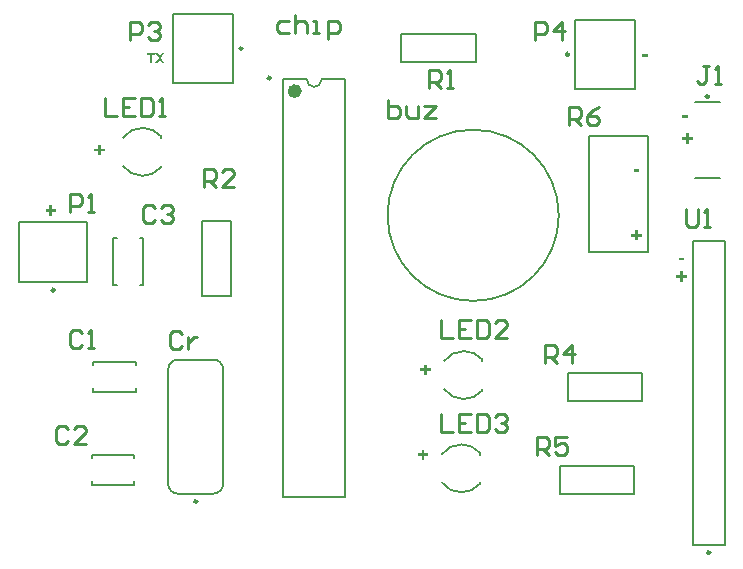
<source format=gto>
G04*
G04 #@! TF.GenerationSoftware,Altium Limited,Altium Designer,22.9.1 (49)*
G04*
G04 Layer_Color=65535*
%FSLAX44Y44*%
%MOMM*%
G71*
G04*
G04 #@! TF.SameCoordinates,8BA292B5-A8A8-46AB-8795-62B0E452CD41*
G04*
G04*
G04 #@! TF.FilePolarity,Positive*
G04*
G01*
G75*
%ADD10C,0.2500*%
%ADD11C,0.2000*%
%ADD12C,0.6000*%
%ADD13C,0.1500*%
%ADD14C,0.2540*%
G36*
X154702Y448325D02*
X157561Y444000D01*
X155543D01*
X153705Y446811D01*
X151854Y444000D01*
X149836D01*
X152708Y448325D01*
X150100Y452314D01*
X152059D01*
X153705Y449827D01*
X155351Y452314D01*
X157309D01*
X154702Y448325D01*
D02*
G37*
G36*
X149596Y450908D02*
X147145D01*
Y444000D01*
X145463D01*
Y450908D01*
X143000D01*
Y452314D01*
X149596D01*
Y450908D01*
D02*
G37*
G36*
X600833Y398000D02*
X596000D01*
Y400463D01*
X600833D01*
Y398000D01*
D02*
G37*
G36*
X558592Y299611D02*
X561962D01*
Y297314D01*
X558592D01*
Y294000D01*
X556352D01*
Y297314D01*
X553000D01*
Y299611D01*
X556352D01*
Y302925D01*
X558592D01*
Y299611D01*
D02*
G37*
G36*
X559833Y352000D02*
X555000D01*
Y354463D01*
X559833D01*
Y352000D01*
D02*
G37*
G36*
X597833Y277000D02*
X593000D01*
Y279463D01*
X597833D01*
Y277000D01*
D02*
G37*
G36*
X566833Y449000D02*
X562000D01*
Y451463D01*
X566833D01*
Y449000D01*
D02*
G37*
G36*
X596592Y264611D02*
X599962D01*
Y262314D01*
X596592D01*
Y259000D01*
X594352D01*
Y262314D01*
X591000D01*
Y264611D01*
X594352D01*
Y267925D01*
X596592D01*
Y264611D01*
D02*
G37*
G36*
X601592Y381610D02*
X604962D01*
Y379314D01*
X601592D01*
Y376000D01*
X599352D01*
Y379314D01*
X596000D01*
Y381610D01*
X599352D01*
Y384925D01*
X601592D01*
Y381610D01*
D02*
G37*
G36*
X62592Y320611D02*
X65962D01*
Y318314D01*
X62592D01*
Y315000D01*
X60352D01*
Y318314D01*
X57000D01*
Y320611D01*
X60352D01*
Y323925D01*
X62592D01*
Y320611D01*
D02*
G37*
G36*
X377592Y113610D02*
X380962D01*
Y111314D01*
X377592D01*
Y108000D01*
X375351D01*
Y111314D01*
X372000D01*
Y113610D01*
X375351D01*
Y116925D01*
X377592D01*
Y113610D01*
D02*
G37*
G36*
X103592Y371610D02*
X106962D01*
Y369314D01*
X103592D01*
Y366000D01*
X101351D01*
Y369314D01*
X98000D01*
Y371610D01*
X101351D01*
Y374925D01*
X103592D01*
Y371610D01*
D02*
G37*
G36*
X379592Y185611D02*
X382962D01*
Y183314D01*
X379592D01*
Y180000D01*
X377351D01*
Y183314D01*
X374000D01*
Y185611D01*
X377351D01*
Y188925D01*
X379592D01*
Y185611D01*
D02*
G37*
D10*
X619700Y29790D02*
G03*
X619700Y29790I-1250J0D01*
G01*
X64710Y252020D02*
G03*
X64710Y252020I-1250J0D01*
G01*
X223610Y456640D02*
G03*
X223610Y456640I-1250J0D01*
G01*
X618630Y415850D02*
G03*
X618630Y415850I-1250J0D01*
G01*
X500170Y451560D02*
G03*
X500170Y451560I-1250J0D01*
G01*
X247590Y431540D02*
G03*
X247590Y431540I-1250J0D01*
G01*
X185360Y73080D02*
G03*
X185360Y73080I-1250J0D01*
G01*
D11*
X154748Y382208D02*
G03*
X139000Y389320I-15466J-13256D01*
G01*
X139000Y348680D02*
G03*
X154748Y355874I119J20574D01*
G01*
X122602Y356999D02*
G03*
X139000Y348680I16397J12001D01*
G01*
Y389320D02*
G03*
X122602Y381001I-1J-20320D01*
G01*
X424748Y114208D02*
G03*
X409000Y121320I-15466J-13256D01*
G01*
X409000Y80680D02*
G03*
X424748Y87874I119J20574D01*
G01*
X392602Y88999D02*
G03*
X409000Y80680I16397J12001D01*
G01*
Y121320D02*
G03*
X392602Y113001I-1J-20320D01*
G01*
X426748Y193208D02*
G03*
X411000Y200320I-15466J-13256D01*
G01*
X411000Y159680D02*
G03*
X426748Y166874I119J20574D01*
G01*
X394602Y167999D02*
G03*
X411000Y159680I16397J12001D01*
G01*
Y200320D02*
G03*
X394602Y192001I-1J-20320D01*
G01*
X278090Y430440D02*
G03*
X290790Y430440I6350J0D01*
G01*
X169110Y193080D02*
G03*
X160860Y184830I0J-8250D01*
G01*
X207360Y184830D02*
G03*
X199110Y193080I-8250J0D01*
G01*
X199110Y79580D02*
G03*
X207360Y87830I0J8250D01*
G01*
X160860D02*
G03*
X169110Y79580I8250J0D01*
G01*
X605000Y35790D02*
X631900D01*
Y293290D01*
X605000D02*
X631900D01*
X605000Y35790D02*
Y293290D01*
X154748Y380610D02*
Y381954D01*
Y356046D02*
Y357390D01*
X424748Y112610D02*
Y113954D01*
Y88046D02*
Y89390D01*
X426748Y191610D02*
Y192954D01*
Y167046D02*
Y168390D01*
X34460Y309320D02*
X92460D01*
Y258520D02*
Y309320D01*
X34460Y258520D02*
Y309320D01*
Y258520D02*
X92460D01*
X421350Y444640D02*
Y468640D01*
X358350Y444640D02*
X421350D01*
X358350Y468640D02*
X421350D01*
X358350Y444640D02*
Y468640D01*
X165060Y427640D02*
Y485640D01*
X215860D01*
X165060Y427640D02*
X215860D01*
Y485640D01*
X606880Y346600D02*
X627880D01*
X606880Y411100D02*
X627880D01*
X556220Y422560D02*
Y480560D01*
X505420Y422560D02*
X556220D01*
X505420Y480560D02*
X556220D01*
X505420Y422560D02*
Y480560D01*
X257940Y76440D02*
X310940D01*
X290790Y430440D02*
X310940D01*
X257940D02*
X278090D01*
X310940Y76440D02*
Y430440D01*
X257940Y76440D02*
Y430440D01*
X517450Y284550D02*
Y382350D01*
Y284550D02*
X567050D01*
Y382350D01*
X517450D02*
X567050D01*
X189890Y310340D02*
X213890D01*
Y247340D02*
Y310340D01*
X189890Y247340D02*
Y310340D01*
Y247340D02*
X213890D01*
X132260Y87270D02*
Y90020D01*
Y109520D02*
Y112270D01*
X96260D02*
X132260D01*
X96260Y87270D02*
Y90020D01*
Y109520D02*
Y112270D01*
Y87270D02*
X132260D01*
X133530Y166010D02*
Y168760D01*
Y188260D02*
Y191010D01*
X97530D02*
X133530D01*
X97530Y166010D02*
Y168760D01*
Y188260D02*
Y191010D01*
Y166010D02*
X133530D01*
X136710Y296300D02*
X139960D01*
X113960D02*
X117210D01*
X113960Y256300D02*
Y296300D01*
X136710Y256300D02*
X139960D01*
X113960D02*
X117210D01*
X139960D02*
Y296300D01*
X555500Y79000D02*
Y103000D01*
X492500Y79000D02*
X555500D01*
X492500Y103000D02*
X555500D01*
X492500Y79000D02*
Y103000D01*
X562320Y157620D02*
Y181620D01*
X499320Y157620D02*
X562320D01*
X499320Y181620D02*
X562320D01*
X499320Y157620D02*
Y181620D01*
X169110Y79580D02*
X199110D01*
X169110Y193080D02*
X199110D01*
X160860Y87830D02*
Y184830D01*
X207360Y87830D02*
Y184830D01*
D12*
X270940Y420440D02*
G03*
X270940Y420440I-3000J0D01*
G01*
D13*
X491560Y315270D02*
G03*
X491560Y315270I-72500J0D01*
G01*
D14*
X599403Y320747D02*
Y308052D01*
X601942Y305513D01*
X607021D01*
X609560Y308052D01*
Y320747D01*
X614638Y305513D02*
X619717D01*
X617178D01*
Y320747D01*
X614638Y318208D01*
X500344Y391872D02*
Y407108D01*
X507962D01*
X510501Y404568D01*
Y399490D01*
X507962Y396951D01*
X500344D01*
X505423D02*
X510501Y391872D01*
X525736Y407108D02*
X520658Y404568D01*
X515579Y399490D01*
Y394412D01*
X518118Y391872D01*
X523197D01*
X525736Y394412D01*
Y396951D01*
X523197Y399490D01*
X515579D01*
X473416Y111962D02*
Y127197D01*
X481034D01*
X483573Y124658D01*
Y119579D01*
X481034Y117040D01*
X473416D01*
X478494D02*
X483573Y111962D01*
X498808Y127197D02*
X488651D01*
Y119579D01*
X493729Y122119D01*
X496269D01*
X498808Y119579D01*
Y114501D01*
X496269Y111962D01*
X491190D01*
X488651Y114501D01*
X480274Y190448D02*
Y205683D01*
X487892D01*
X490431Y203144D01*
Y198065D01*
X487892Y195526D01*
X480274D01*
X485352D02*
X490431Y190448D01*
X503127D02*
Y205683D01*
X495509Y198065D01*
X505666D01*
X191222Y339546D02*
Y354781D01*
X198839D01*
X201379Y352242D01*
Y347164D01*
X198839Y344624D01*
X191222D01*
X196300D02*
X201379Y339546D01*
X216614D02*
X206457D01*
X216614Y349703D01*
Y352242D01*
X214075Y354781D01*
X208996D01*
X206457Y352242D01*
X381843Y423382D02*
Y438618D01*
X389461D01*
X392000Y436078D01*
Y431000D01*
X389461Y428461D01*
X381843D01*
X386922D02*
X392000Y423382D01*
X397078D02*
X402157D01*
X399618D01*
Y438618D01*
X397078Y436078D01*
X471304Y463382D02*
Y478618D01*
X478922D01*
X481461Y476078D01*
Y471000D01*
X478922Y468461D01*
X471304D01*
X494157Y463382D02*
Y478618D01*
X486539Y471000D01*
X496696D01*
X128304Y463382D02*
Y478618D01*
X135922D01*
X138461Y476078D01*
Y471000D01*
X135922Y468461D01*
X128304D01*
X143539Y476078D02*
X146078Y478618D01*
X151157D01*
X153696Y476078D01*
Y473539D01*
X151157Y471000D01*
X148617D01*
X151157D01*
X153696Y468461D01*
Y465922D01*
X151157Y463382D01*
X146078D01*
X143539Y465922D01*
X77843Y318382D02*
Y333618D01*
X85461D01*
X88000Y331078D01*
Y326000D01*
X85461Y323461D01*
X77843D01*
X93078Y318382D02*
X98157D01*
X95618D01*
Y333618D01*
X93078Y331078D01*
X392069Y146617D02*
Y131383D01*
X402226D01*
X417461Y146617D02*
X407304D01*
Y131383D01*
X417461D01*
X407304Y139000D02*
X412383D01*
X422539Y146617D02*
Y131383D01*
X430157D01*
X432696Y133922D01*
Y144078D01*
X430157Y146617D01*
X422539D01*
X437774Y144078D02*
X440313Y146617D01*
X445392D01*
X447931Y144078D01*
Y141539D01*
X445392Y139000D01*
X442853D01*
X445392D01*
X447931Y136461D01*
Y133922D01*
X445392Y131383D01*
X440313D01*
X437774Y133922D01*
X391628Y226257D02*
Y211022D01*
X401785D01*
X417020Y226257D02*
X406863D01*
Y211022D01*
X417020D01*
X406863Y218640D02*
X411941D01*
X422098Y226257D02*
Y211022D01*
X429716D01*
X432255Y213561D01*
Y223718D01*
X429716Y226257D01*
X422098D01*
X447490Y211022D02*
X437333D01*
X447490Y221179D01*
Y223718D01*
X444951Y226257D01*
X439872D01*
X437333Y223718D01*
X107608Y414618D02*
Y399383D01*
X117765D01*
X133000Y414618D02*
X122843D01*
Y399383D01*
X133000D01*
X122843Y407000D02*
X127922D01*
X138078Y414618D02*
Y399383D01*
X145696D01*
X148235Y401922D01*
Y412078D01*
X145696Y414618D01*
X138078D01*
X153313Y399383D02*
X158392D01*
X155853D01*
Y414618D01*
X153313Y412078D01*
X618450Y441398D02*
X613372D01*
X615911D01*
Y428702D01*
X613372Y426162D01*
X610832D01*
X608293Y428702D01*
X623528Y426162D02*
X628607D01*
X626068D01*
Y441398D01*
X623528Y438858D01*
X172169Y214574D02*
X169629Y217113D01*
X164551D01*
X162012Y214574D01*
Y204417D01*
X164551Y201878D01*
X169629D01*
X172169Y204417D01*
X177247Y212035D02*
Y201878D01*
Y206956D01*
X179786Y209496D01*
X182325Y212035D01*
X184865D01*
X262855Y479498D02*
X255238D01*
X252699Y476959D01*
Y471881D01*
X255238Y469342D01*
X262855D01*
X267934Y484577D02*
Y469342D01*
Y476959D01*
X270473Y479498D01*
X275551D01*
X278090Y476959D01*
Y469342D01*
X283169D02*
X288247D01*
X285708D01*
Y479498D01*
X283169D01*
X295865Y464263D02*
Y479498D01*
X303482D01*
X306021Y476959D01*
Y471881D01*
X303482Y469342D01*
X295865D01*
X149461Y321078D02*
X146922Y323618D01*
X141843D01*
X139304Y321078D01*
Y310922D01*
X141843Y308382D01*
X146922D01*
X149461Y310922D01*
X154539Y321078D02*
X157078Y323618D01*
X162157D01*
X164696Y321078D01*
Y318539D01*
X162157Y316000D01*
X159618D01*
X162157D01*
X164696Y313461D01*
Y310922D01*
X162157Y308382D01*
X157078D01*
X154539Y310922D01*
X76161Y134058D02*
X73622Y136597D01*
X68543D01*
X66004Y134058D01*
Y123902D01*
X68543Y121362D01*
X73622D01*
X76161Y123902D01*
X91396Y121362D02*
X81239D01*
X91396Y131519D01*
Y134058D01*
X88857Y136597D01*
X83778D01*
X81239Y134058D01*
X87590Y215338D02*
X85051Y217878D01*
X79973D01*
X77433Y215338D01*
Y205182D01*
X79973Y202642D01*
X85051D01*
X87590Y205182D01*
X92668Y202642D02*
X97747D01*
X95208D01*
Y217878D01*
X92668Y215338D01*
X347178Y412693D02*
Y397458D01*
X354795D01*
X357335Y399997D01*
Y402536D01*
Y405075D01*
X354795Y407615D01*
X347178D01*
X362413D02*
Y399997D01*
X364952Y397458D01*
X372570D01*
Y407615D01*
X377648D02*
X387805D01*
X377648Y397458D01*
X387805D01*
M02*

</source>
